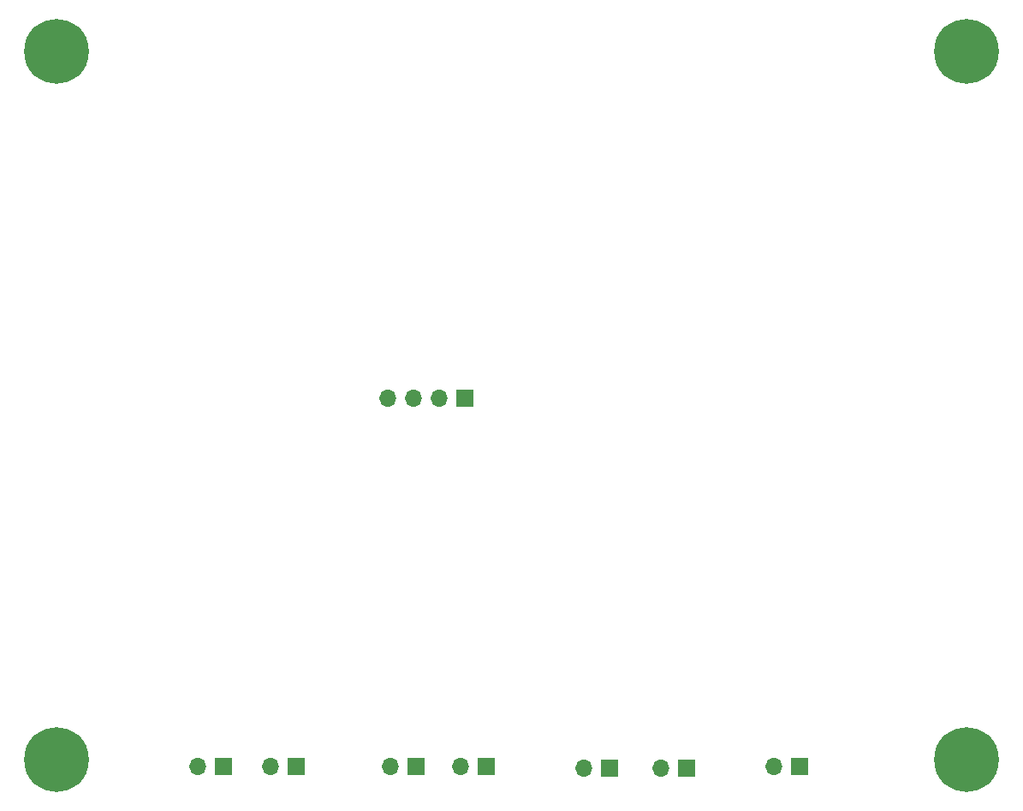
<source format=gbr>
%TF.GenerationSoftware,KiCad,Pcbnew,8.0.8*%
%TF.CreationDate,2025-01-22T12:02:44+01:00*%
%TF.ProjectId,laser_controller,6c617365-725f-4636-9f6e-74726f6c6c65,rev?*%
%TF.SameCoordinates,Original*%
%TF.FileFunction,Soldermask,Bot*%
%TF.FilePolarity,Negative*%
%FSLAX46Y46*%
G04 Gerber Fmt 4.6, Leading zero omitted, Abs format (unit mm)*
G04 Created by KiCad (PCBNEW 8.0.8) date 2025-01-22 12:02:44*
%MOMM*%
%LPD*%
G01*
G04 APERTURE LIST*
%ADD10C,6.400000*%
%ADD11R,1.700000X1.700000*%
%ADD12O,1.700000X1.700000*%
G04 APERTURE END LIST*
D10*
%TO.C,H2*%
X192000000Y-64000000D03*
%TD*%
D11*
%TO.C,J5*%
X137520000Y-134725000D03*
D12*
X134980000Y-134725000D03*
%TD*%
D10*
%TO.C,H4*%
X192000000Y-134000000D03*
%TD*%
D11*
%TO.C,J1*%
X175500000Y-134725000D03*
D12*
X172960000Y-134725000D03*
%TD*%
D10*
%TO.C,H1*%
X102000000Y-64000000D03*
%TD*%
D11*
%TO.C,J7*%
X118500000Y-134725000D03*
D12*
X115960000Y-134725000D03*
%TD*%
D11*
%TO.C,J3*%
X156700000Y-134850000D03*
D12*
X154160000Y-134850000D03*
%TD*%
D10*
%TO.C,H3*%
X102000000Y-134000000D03*
%TD*%
D11*
%TO.C,J2*%
X164275000Y-134850000D03*
D12*
X161735000Y-134850000D03*
%TD*%
D11*
%TO.C,J9*%
X142400000Y-98300000D03*
D12*
X139860000Y-98300000D03*
X137320000Y-98300000D03*
X134780000Y-98300000D03*
%TD*%
D11*
%TO.C,J6*%
X125700000Y-134725000D03*
D12*
X123160000Y-134725000D03*
%TD*%
D11*
%TO.C,J4*%
X144520000Y-134725000D03*
D12*
X141980000Y-134725000D03*
%TD*%
M02*

</source>
